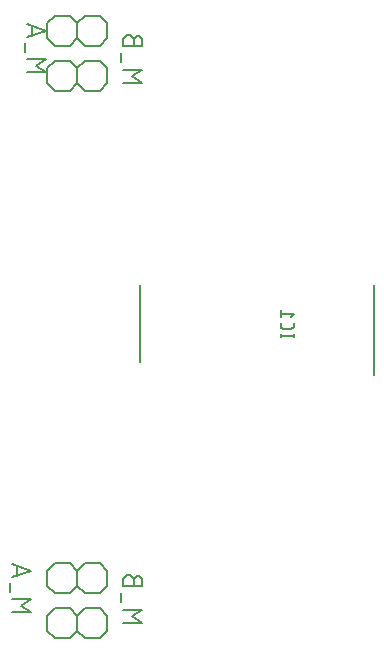
<source format=gbr>
G04 EAGLE Gerber RS-274X export*
G75*
%MOMM*%
%FSLAX34Y34*%
%LPD*%
%INSilkscreen Bottom*%
%IPPOS*%
%AMOC8*
5,1,8,0,0,1.08239X$1,22.5*%
G01*
%ADD10C,0.152400*%
%ADD11C,0.200000*%


D10*
X46482Y161901D02*
X62738Y161901D01*
X53707Y167320D01*
X62738Y172739D01*
X46482Y172739D01*
X44676Y179339D02*
X44676Y186564D01*
X46482Y191601D02*
X62738Y197019D01*
X46482Y202438D01*
X50546Y201083D02*
X50546Y192955D01*
X140462Y153162D02*
X156718Y153162D01*
X147687Y158581D01*
X156718Y163999D01*
X140462Y163999D01*
X138656Y170599D02*
X138656Y177824D01*
X149493Y184496D02*
X149493Y189012D01*
X149494Y189012D02*
X149492Y189145D01*
X149486Y189277D01*
X149476Y189409D01*
X149463Y189541D01*
X149445Y189673D01*
X149424Y189803D01*
X149399Y189934D01*
X149370Y190063D01*
X149337Y190191D01*
X149301Y190319D01*
X149261Y190445D01*
X149217Y190570D01*
X149169Y190694D01*
X149118Y190816D01*
X149063Y190937D01*
X149005Y191056D01*
X148943Y191174D01*
X148878Y191289D01*
X148809Y191403D01*
X148738Y191514D01*
X148662Y191623D01*
X148584Y191730D01*
X148503Y191835D01*
X148418Y191937D01*
X148331Y192037D01*
X148241Y192134D01*
X148148Y192229D01*
X148052Y192320D01*
X147954Y192409D01*
X147853Y192495D01*
X147749Y192578D01*
X147643Y192658D01*
X147535Y192734D01*
X147425Y192808D01*
X147312Y192878D01*
X147198Y192945D01*
X147081Y193008D01*
X146963Y193068D01*
X146843Y193125D01*
X146721Y193178D01*
X146598Y193227D01*
X146474Y193273D01*
X146348Y193315D01*
X146221Y193353D01*
X146093Y193388D01*
X145964Y193419D01*
X145835Y193446D01*
X145704Y193469D01*
X145573Y193489D01*
X145441Y193504D01*
X145309Y193516D01*
X145177Y193524D01*
X145044Y193528D01*
X144912Y193528D01*
X144779Y193524D01*
X144647Y193516D01*
X144515Y193504D01*
X144383Y193489D01*
X144252Y193469D01*
X144121Y193446D01*
X143992Y193419D01*
X143863Y193388D01*
X143735Y193353D01*
X143608Y193315D01*
X143482Y193273D01*
X143358Y193227D01*
X143235Y193178D01*
X143113Y193125D01*
X142993Y193068D01*
X142875Y193008D01*
X142758Y192945D01*
X142644Y192878D01*
X142531Y192808D01*
X142421Y192734D01*
X142313Y192658D01*
X142207Y192578D01*
X142103Y192495D01*
X142002Y192409D01*
X141904Y192320D01*
X141808Y192229D01*
X141715Y192134D01*
X141625Y192037D01*
X141538Y191937D01*
X141453Y191835D01*
X141372Y191730D01*
X141294Y191623D01*
X141218Y191514D01*
X141147Y191403D01*
X141078Y191289D01*
X141013Y191174D01*
X140951Y191056D01*
X140893Y190937D01*
X140838Y190816D01*
X140787Y190694D01*
X140739Y190570D01*
X140695Y190445D01*
X140655Y190319D01*
X140619Y190191D01*
X140586Y190063D01*
X140557Y189934D01*
X140532Y189803D01*
X140511Y189673D01*
X140493Y189541D01*
X140480Y189409D01*
X140470Y189277D01*
X140464Y189145D01*
X140462Y189012D01*
X140462Y184496D01*
X156718Y184496D01*
X156718Y189012D01*
X156716Y189131D01*
X156710Y189251D01*
X156700Y189370D01*
X156686Y189488D01*
X156669Y189607D01*
X156647Y189724D01*
X156622Y189841D01*
X156592Y189956D01*
X156559Y190071D01*
X156522Y190185D01*
X156482Y190297D01*
X156437Y190408D01*
X156389Y190517D01*
X156338Y190625D01*
X156283Y190731D01*
X156224Y190835D01*
X156162Y190937D01*
X156097Y191037D01*
X156028Y191135D01*
X155956Y191231D01*
X155881Y191324D01*
X155804Y191414D01*
X155723Y191502D01*
X155639Y191587D01*
X155552Y191669D01*
X155463Y191749D01*
X155371Y191825D01*
X155277Y191899D01*
X155180Y191969D01*
X155082Y192036D01*
X154981Y192100D01*
X154877Y192160D01*
X154772Y192217D01*
X154665Y192270D01*
X154557Y192320D01*
X154447Y192366D01*
X154335Y192408D01*
X154222Y192447D01*
X154108Y192482D01*
X153993Y192513D01*
X153876Y192541D01*
X153759Y192564D01*
X153642Y192584D01*
X153523Y192600D01*
X153404Y192612D01*
X153285Y192620D01*
X153166Y192624D01*
X153046Y192624D01*
X152927Y192620D01*
X152808Y192612D01*
X152689Y192600D01*
X152570Y192584D01*
X152453Y192564D01*
X152336Y192541D01*
X152219Y192513D01*
X152104Y192482D01*
X151990Y192447D01*
X151877Y192408D01*
X151765Y192366D01*
X151655Y192320D01*
X151547Y192270D01*
X151440Y192217D01*
X151335Y192160D01*
X151231Y192100D01*
X151130Y192036D01*
X151032Y191969D01*
X150935Y191899D01*
X150841Y191825D01*
X150749Y191749D01*
X150660Y191669D01*
X150573Y191587D01*
X150489Y191502D01*
X150408Y191414D01*
X150331Y191324D01*
X150256Y191231D01*
X150184Y191135D01*
X150115Y191037D01*
X150050Y190937D01*
X149988Y190835D01*
X149929Y190731D01*
X149874Y190625D01*
X149823Y190517D01*
X149775Y190408D01*
X149730Y190297D01*
X149690Y190185D01*
X149653Y190071D01*
X149620Y189956D01*
X149590Y189841D01*
X149565Y189724D01*
X149543Y189607D01*
X149526Y189488D01*
X149512Y189370D01*
X149502Y189251D01*
X149496Y189131D01*
X149494Y189012D01*
X156718Y610362D02*
X140462Y610362D01*
X147687Y615781D02*
X156718Y610362D01*
X147687Y615781D02*
X156718Y621199D01*
X140462Y621199D01*
X138656Y627799D02*
X138656Y635024D01*
X149493Y641696D02*
X149493Y646212D01*
X149494Y646212D02*
X149492Y646345D01*
X149486Y646477D01*
X149476Y646609D01*
X149463Y646741D01*
X149445Y646873D01*
X149424Y647003D01*
X149399Y647134D01*
X149370Y647263D01*
X149337Y647391D01*
X149301Y647519D01*
X149261Y647645D01*
X149217Y647770D01*
X149169Y647894D01*
X149118Y648016D01*
X149063Y648137D01*
X149005Y648256D01*
X148943Y648374D01*
X148878Y648489D01*
X148809Y648603D01*
X148738Y648714D01*
X148662Y648823D01*
X148584Y648930D01*
X148503Y649035D01*
X148418Y649137D01*
X148331Y649237D01*
X148241Y649334D01*
X148148Y649429D01*
X148052Y649520D01*
X147954Y649609D01*
X147853Y649695D01*
X147749Y649778D01*
X147643Y649858D01*
X147535Y649934D01*
X147425Y650008D01*
X147312Y650078D01*
X147198Y650145D01*
X147081Y650208D01*
X146963Y650268D01*
X146843Y650325D01*
X146721Y650378D01*
X146598Y650427D01*
X146474Y650473D01*
X146348Y650515D01*
X146221Y650553D01*
X146093Y650588D01*
X145964Y650619D01*
X145835Y650646D01*
X145704Y650669D01*
X145573Y650689D01*
X145441Y650704D01*
X145309Y650716D01*
X145177Y650724D01*
X145044Y650728D01*
X144912Y650728D01*
X144779Y650724D01*
X144647Y650716D01*
X144515Y650704D01*
X144383Y650689D01*
X144252Y650669D01*
X144121Y650646D01*
X143992Y650619D01*
X143863Y650588D01*
X143735Y650553D01*
X143608Y650515D01*
X143482Y650473D01*
X143358Y650427D01*
X143235Y650378D01*
X143113Y650325D01*
X142993Y650268D01*
X142875Y650208D01*
X142758Y650145D01*
X142644Y650078D01*
X142531Y650008D01*
X142421Y649934D01*
X142313Y649858D01*
X142207Y649778D01*
X142103Y649695D01*
X142002Y649609D01*
X141904Y649520D01*
X141808Y649429D01*
X141715Y649334D01*
X141625Y649237D01*
X141538Y649137D01*
X141453Y649035D01*
X141372Y648930D01*
X141294Y648823D01*
X141218Y648714D01*
X141147Y648603D01*
X141078Y648489D01*
X141013Y648374D01*
X140951Y648256D01*
X140893Y648137D01*
X140838Y648016D01*
X140787Y647894D01*
X140739Y647770D01*
X140695Y647645D01*
X140655Y647519D01*
X140619Y647391D01*
X140586Y647263D01*
X140557Y647134D01*
X140532Y647003D01*
X140511Y646873D01*
X140493Y646741D01*
X140480Y646609D01*
X140470Y646477D01*
X140464Y646345D01*
X140462Y646212D01*
X140462Y641696D01*
X156718Y641696D01*
X156718Y646212D01*
X156716Y646331D01*
X156710Y646451D01*
X156700Y646570D01*
X156686Y646688D01*
X156669Y646807D01*
X156647Y646924D01*
X156622Y647041D01*
X156592Y647156D01*
X156559Y647271D01*
X156522Y647385D01*
X156482Y647497D01*
X156437Y647608D01*
X156389Y647717D01*
X156338Y647825D01*
X156283Y647931D01*
X156224Y648035D01*
X156162Y648137D01*
X156097Y648237D01*
X156028Y648335D01*
X155956Y648431D01*
X155881Y648524D01*
X155804Y648614D01*
X155723Y648702D01*
X155639Y648787D01*
X155552Y648869D01*
X155463Y648949D01*
X155371Y649025D01*
X155277Y649099D01*
X155180Y649169D01*
X155082Y649236D01*
X154981Y649300D01*
X154877Y649360D01*
X154772Y649417D01*
X154665Y649470D01*
X154557Y649520D01*
X154447Y649566D01*
X154335Y649608D01*
X154222Y649647D01*
X154108Y649682D01*
X153993Y649713D01*
X153876Y649741D01*
X153759Y649764D01*
X153642Y649784D01*
X153523Y649800D01*
X153404Y649812D01*
X153285Y649820D01*
X153166Y649824D01*
X153046Y649824D01*
X152927Y649820D01*
X152808Y649812D01*
X152689Y649800D01*
X152570Y649784D01*
X152453Y649764D01*
X152336Y649741D01*
X152219Y649713D01*
X152104Y649682D01*
X151990Y649647D01*
X151877Y649608D01*
X151765Y649566D01*
X151655Y649520D01*
X151547Y649470D01*
X151440Y649417D01*
X151335Y649360D01*
X151231Y649300D01*
X151130Y649236D01*
X151032Y649169D01*
X150935Y649099D01*
X150841Y649025D01*
X150749Y648949D01*
X150660Y648869D01*
X150573Y648787D01*
X150489Y648702D01*
X150408Y648614D01*
X150331Y648524D01*
X150256Y648431D01*
X150184Y648335D01*
X150115Y648237D01*
X150050Y648137D01*
X149988Y648035D01*
X149929Y647931D01*
X149874Y647825D01*
X149823Y647717D01*
X149775Y647608D01*
X149730Y647497D01*
X149690Y647385D01*
X149653Y647271D01*
X149620Y647156D01*
X149590Y647041D01*
X149565Y646924D01*
X149543Y646807D01*
X149526Y646688D01*
X149512Y646570D01*
X149502Y646451D01*
X149496Y646331D01*
X149494Y646212D01*
X75438Y619101D02*
X59182Y619101D01*
X66407Y624520D02*
X75438Y619101D01*
X66407Y624520D02*
X75438Y629939D01*
X59182Y629939D01*
X57376Y636539D02*
X57376Y643764D01*
X59182Y648801D02*
X75438Y654219D01*
X59182Y659638D01*
X63246Y658283D02*
X63246Y650155D01*
D11*
X353000Y439400D02*
X353000Y362650D01*
X155000Y373400D02*
X155000Y439400D01*
D10*
X273812Y396134D02*
X284988Y396134D01*
X273812Y394892D02*
X273812Y397376D01*
X284988Y397376D02*
X284988Y394892D01*
X273812Y404616D02*
X273812Y407099D01*
X273812Y404616D02*
X273814Y404518D01*
X273820Y404421D01*
X273829Y404324D01*
X273843Y404227D01*
X273860Y404131D01*
X273881Y404036D01*
X273905Y403942D01*
X273934Y403848D01*
X273966Y403756D01*
X274001Y403665D01*
X274040Y403576D01*
X274083Y403488D01*
X274129Y403402D01*
X274178Y403318D01*
X274231Y403236D01*
X274286Y403156D01*
X274345Y403078D01*
X274407Y403003D01*
X274472Y402930D01*
X274540Y402860D01*
X274610Y402792D01*
X274683Y402727D01*
X274758Y402665D01*
X274836Y402606D01*
X274916Y402551D01*
X274998Y402498D01*
X275082Y402449D01*
X275168Y402403D01*
X275256Y402360D01*
X275345Y402321D01*
X275436Y402286D01*
X275528Y402254D01*
X275622Y402225D01*
X275716Y402201D01*
X275811Y402180D01*
X275907Y402163D01*
X276004Y402149D01*
X276101Y402140D01*
X276198Y402134D01*
X276296Y402132D01*
X282504Y402132D01*
X282602Y402134D01*
X282699Y402140D01*
X282796Y402149D01*
X282893Y402163D01*
X282989Y402180D01*
X283084Y402201D01*
X283178Y402225D01*
X283272Y402254D01*
X283364Y402286D01*
X283455Y402321D01*
X283544Y402360D01*
X283632Y402403D01*
X283718Y402449D01*
X283802Y402498D01*
X283884Y402551D01*
X283964Y402606D01*
X284042Y402665D01*
X284117Y402727D01*
X284190Y402792D01*
X284260Y402860D01*
X284328Y402930D01*
X284393Y403003D01*
X284455Y403078D01*
X284514Y403156D01*
X284569Y403236D01*
X284622Y403318D01*
X284671Y403402D01*
X284717Y403488D01*
X284760Y403576D01*
X284799Y403665D01*
X284834Y403756D01*
X284866Y403848D01*
X284895Y403942D01*
X284919Y404036D01*
X284940Y404131D01*
X284957Y404227D01*
X284971Y404324D01*
X284980Y404421D01*
X284986Y404518D01*
X284988Y404616D01*
X284988Y407099D01*
X282504Y411699D02*
X284988Y414803D01*
X273812Y414803D01*
X273812Y411699D02*
X273812Y417908D01*
X95250Y177800D02*
X82550Y177800D01*
X95250Y177800D02*
X101600Y184150D01*
X101600Y196850D01*
X95250Y203200D01*
X76200Y196850D02*
X76200Y184150D01*
X82550Y177800D01*
X76200Y196850D02*
X82550Y203200D01*
X95250Y203200D01*
X101600Y184150D02*
X107950Y177800D01*
X120650Y177800D01*
X127000Y184150D01*
X127000Y196850D01*
X120650Y203200D01*
X107950Y203200D01*
X101600Y196850D01*
X95250Y139700D02*
X82550Y139700D01*
X95250Y139700D02*
X101600Y146050D01*
X101600Y158750D01*
X95250Y165100D01*
X76200Y158750D02*
X76200Y146050D01*
X82550Y139700D01*
X76200Y158750D02*
X82550Y165100D01*
X95250Y165100D01*
X101600Y146050D02*
X107950Y139700D01*
X120650Y139700D01*
X127000Y146050D01*
X127000Y158750D01*
X120650Y165100D01*
X107950Y165100D01*
X101600Y158750D01*
X107950Y628650D02*
X120650Y628650D01*
X107950Y628650D02*
X101600Y622300D01*
X101600Y609600D01*
X107950Y603250D01*
X127000Y609600D02*
X127000Y622300D01*
X120650Y628650D01*
X127000Y609600D02*
X120650Y603250D01*
X107950Y603250D01*
X101600Y622300D02*
X95250Y628650D01*
X82550Y628650D01*
X76200Y622300D01*
X76200Y609600D01*
X82550Y603250D01*
X95250Y603250D01*
X101600Y609600D01*
X107950Y666750D02*
X120650Y666750D01*
X107950Y666750D02*
X101600Y660400D01*
X101600Y647700D01*
X107950Y641350D01*
X127000Y647700D02*
X127000Y660400D01*
X120650Y666750D01*
X127000Y647700D02*
X120650Y641350D01*
X107950Y641350D01*
X101600Y660400D02*
X95250Y666750D01*
X82550Y666750D01*
X76200Y660400D01*
X76200Y647700D01*
X82550Y641350D01*
X95250Y641350D01*
X101600Y647700D01*
M02*

</source>
